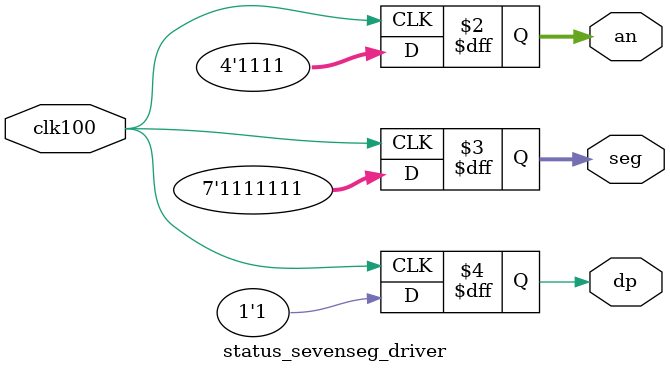
<source format=v>
`timescale 1ns / 1ps
module status_sevenseg_driver(
  input  clk100,
  output reg [3:0] an,
  output reg [6:0] seg,
  output reg       dp
);
  // show nothing (all off) while not in game
  always @(posedge clk100) begin
    an <= 4'b1111; seg <= 7'b1111111; dp <= 1'b1;
  end
endmodule

</source>
